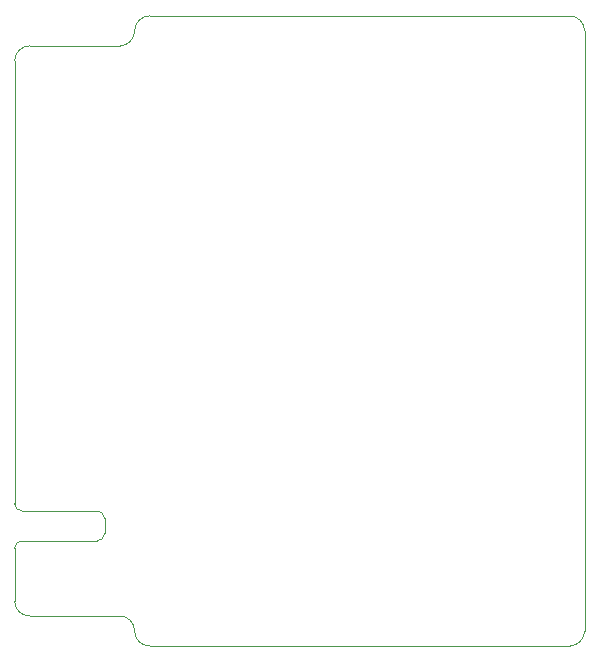
<source format=gm1>
G04 #@! TF.GenerationSoftware,KiCad,Pcbnew,(5.1.2-1)-1*
G04 #@! TF.CreationDate,2023-07-30T19:23:30+02:00*
G04 #@! TF.ProjectId,psg-riser,7073672d-7269-4736-9572-2e6b69636164,rev?*
G04 #@! TF.SameCoordinates,Original*
G04 #@! TF.FileFunction,Profile,NP*
%FSLAX46Y46*%
G04 Gerber Fmt 4.6, Leading zero omitted, Abs format (unit mm)*
G04 Created by KiCad (PCBNEW (5.1.2-1)-1) date 2023-07-30 19:23:30*
%MOMM*%
%LPD*%
G04 APERTURE LIST*
%ADD10C,0.050000*%
G04 APERTURE END LIST*
D10*
X25400000Y-65405000D02*
G75*
G02X26035000Y-64770000I635000J0D01*
G01*
X33020000Y-64135000D02*
G75*
G02X32385000Y-64770000I-635000J0D01*
G01*
X32385000Y-62230000D02*
G75*
G02X33020000Y-62865000I0J-635000D01*
G01*
X26035000Y-62230000D02*
G75*
G02X25400000Y-61595000I0J635000D01*
G01*
X35560000Y-21590000D02*
G75*
G02X34290000Y-22860000I-1270000J0D01*
G01*
X35560000Y-21590000D02*
G75*
G02X36830000Y-20320000I1270000J0D01*
G01*
X72390000Y-20320000D02*
G75*
G02X73660000Y-21590000I0J-1270000D01*
G01*
X73660000Y-72390000D02*
G75*
G02X72390000Y-73660000I-1270000J0D01*
G01*
X36830000Y-73660000D02*
G75*
G02X35560000Y-72390000I0J1270000D01*
G01*
X34290000Y-71120000D02*
G75*
G02X35560000Y-72390000I0J-1270000D01*
G01*
X26670000Y-71120000D02*
G75*
G02X25400000Y-69850000I0J1270000D01*
G01*
X25400000Y-24130000D02*
G75*
G02X26670000Y-22860000I1270000J0D01*
G01*
X25400000Y-61595000D02*
X25400000Y-24130000D01*
X32385000Y-62230000D02*
X26035000Y-62230000D01*
X33020000Y-64135000D02*
X33020000Y-62865000D01*
X26035000Y-64770000D02*
X32385000Y-64770000D01*
X25400000Y-69850000D02*
X25400000Y-65405000D01*
X34290000Y-71120000D02*
X26670000Y-71120000D01*
X72390000Y-73660000D02*
X36830000Y-73660000D01*
X73660000Y-21590000D02*
X73660000Y-72390000D01*
X36830000Y-20320000D02*
X72390000Y-20320000D01*
X26670000Y-22860000D02*
X34290000Y-22860000D01*
M02*

</source>
